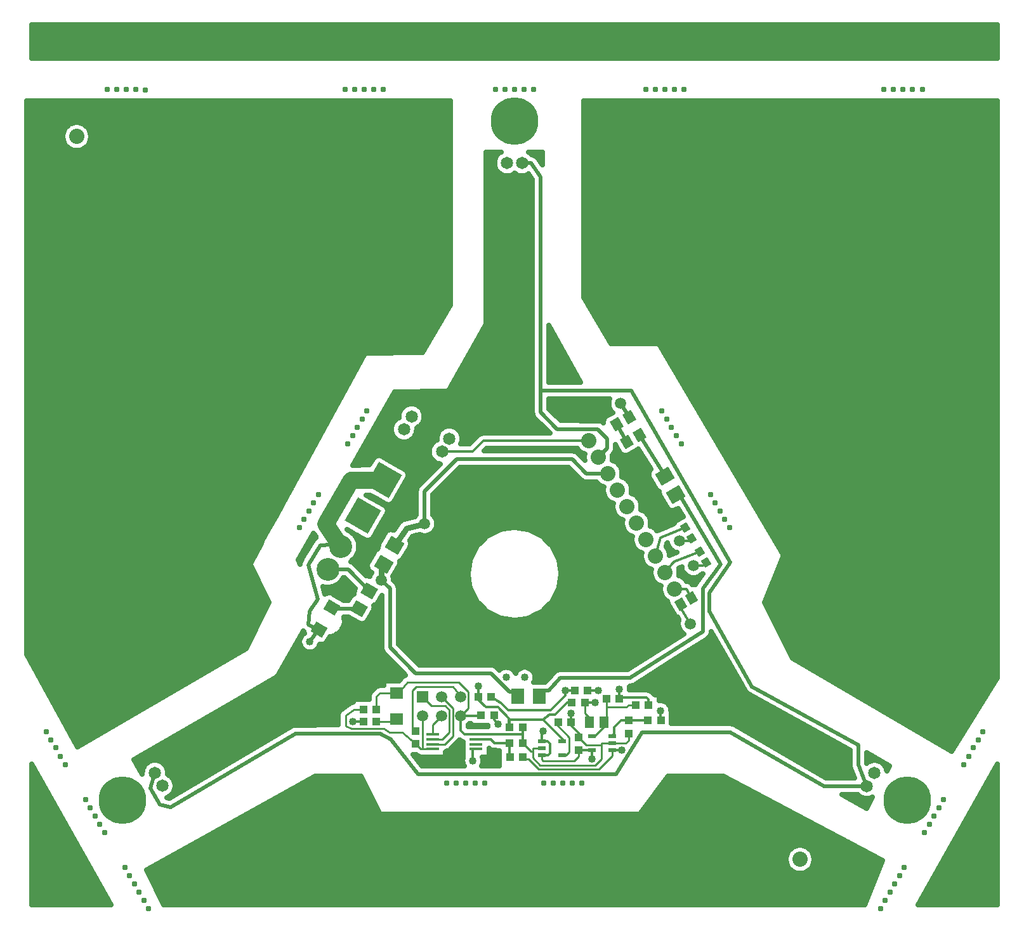
<source format=gbr>
G04 DipTrace 3.2.0.1*
G04 Top.gbr*
%MOIN*%
G04 #@! TF.FileFunction,Copper,L1,Top*
G04 #@! TF.Part,Single*
%AMOUTLINE0*
4,1,4,
0.095622,0.025622,
0.025622,-0.095622,
-0.095622,-0.025622,
-0.025622,0.095622,
0.095622,0.025622,
0*%
%AMOUTLINE3*
4,1,4,
-0.05214,-0.010311,
-0.01714,0.050311,
0.05214,0.010311,
0.01714,-0.050311,
-0.05214,-0.010311,
0*%
%AMOUTLINE6*
4,1,4,
0.044597,0.008348,
0.01507,-0.042797,
-0.044597,-0.008348,
-0.01507,0.042797,
0.044597,0.008348,
0*%
%AMOUTLINE9*
4,1,4,
0.01714,0.050311,
0.05214,-0.010311,
-0.01714,-0.050311,
-0.05214,0.010311,
0.01714,0.050311,
0*%
%AMOUTLINE12*
4,1,4,
-0.006185,-0.03653,
-0.034728,0.012908,
0.006185,0.03653,
0.034728,-0.012908,
-0.006185,-0.03653,
0*%
%AMOUTLINE15*
4,1,4,
-0.027874,0.008909,
0.00622,0.028594,
0.027874,-0.008909,
-0.00622,-0.028594,
-0.027874,0.008909,
0*%
%AMOUTLINE18*
4,1,4,
-0.014938,0.044993,
0.046434,0.00956,
0.014938,-0.044993,
-0.046434,-0.00956,
-0.014938,0.044993,
0*%
%AMOUTLINE21*
4,1,4,
0.007398,0.038367,
0.036925,-0.012777,
-0.007398,-0.038367,
-0.036925,0.012777,
0.007398,0.038367,
0*%
G04 #@! TA.AperFunction,Conductor*
%ADD10C,0.01*%
%ADD13C,0.012992*%
%ADD14C,0.02*%
%ADD15C,0.09*%
%ADD16C,0.013*%
%ADD18C,0.03*%
G04 #@! TA.AperFunction,CopperBalancing*
%ADD19C,0.025*%
G04 #@! TA.AperFunction,ComponentPad*
%ADD23C,0.12*%
%ADD24R,0.043307X0.03937*%
%ADD25R,0.03937X0.043307*%
%ADD26R,0.051181X0.059055*%
%ADD28R,0.068898X0.059055*%
G04 #@! TA.AperFunction,ComponentPad*
%ADD29R,0.07X0.08*%
%ADD32R,0.059055X0.059055*%
%ADD33C,0.059055*%
%ADD34C,0.08*%
%ADD35C,0.065*%
%ADD36C,0.25*%
%ADD37C,0.031*%
%ADD39R,0.043307X0.023622*%
%ADD40R,0.070866X0.015748*%
G04 #@! TA.AperFunction,ViaPad*
%ADD41C,0.04*%
%ADD43C,0.059*%
G04 #@! TA.AperFunction,ComponentPad*
%ADD92OUTLINE0*%
%ADD95OUTLINE3*%
%ADD98OUTLINE6*%
G04 #@! TA.AperFunction,ComponentPad*
%ADD101OUTLINE9*%
%ADD104OUTLINE12*%
%ADD107OUTLINE15*%
%ADD110OUTLINE18*%
%ADD113OUTLINE21*%
%FSLAX26Y26*%
G04*
G70*
G90*
G75*
G01*
G04 Top*
%LPD*%
X3409846Y1265673D2*
D13*
X3341164Y1265672D1*
X3147450Y1314323D2*
X3177449D1*
X3191760Y1300012D1*
Y1252133D1*
X3179147Y1239520D1*
X3147450D1*
D10*
Y1218071D1*
X3155449Y1210072D1*
X3316699D1*
X3341164Y1234537D1*
Y1265672D1*
X3409846Y1265673D2*
D13*
Y1222219D1*
X3409699Y1222072D1*
X3876888Y2034621D2*
X3868699Y2029072D1*
X3927699Y1932072D1*
X3147450Y1314323D2*
Y1360823D1*
X3154699Y1368072D1*
X2211770Y1480572D2*
D10*
X2159950D1*
X2116199Y1449322D1*
Y1393072D1*
X2148324Y1380572D1*
X2316199D1*
X2348699Y1361072D1*
X2415134D1*
X2479102Y1304169D1*
X2483199Y1300072D1*
X2572853Y1272672D2*
X2510600D1*
X2483199Y1300072D1*
X2520199Y1448072D2*
Y1272672D1*
X2572853D1*
X1928812Y1836860D2*
D14*
X1974802Y1899739D1*
D13*
X1975699Y1899072D1*
X1967034Y1899739D1*
D14*
X1921199Y1928017D1*
X1926799Y1996572D1*
X1969000Y2061873D1*
X1921199Y2242072D1*
X1983399Y2345572D1*
X2098629Y2351669D1*
D13*
X2091301Y2336816D1*
X3605982Y3017974D2*
D14*
X3561699Y3089072D1*
X2315699Y2687072D2*
D15*
X2143411D1*
X2011199Y2456072D1*
X2091301Y2336816D1*
X2978699Y1305572D2*
D13*
Y1232392D1*
X2980520Y1230572D1*
X2978699Y1305572D2*
X2898699D1*
X2880419Y1323853D1*
X2801199D1*
X3253749Y1239520D2*
D10*
X3275018D1*
X3291169Y1255671D1*
Y1335602D1*
X3222427Y1404345D1*
Y1405549D1*
X3232450Y1415572D1*
X3603699Y1355572D2*
Y1318072D1*
X3588702Y1303075D1*
X3516146D1*
X3459902D1*
Y1293075D1*
X3380690D1*
X3341164Y1332601D1*
X3339171D1*
X3328699Y1343072D1*
X3353699D1*
X3293699Y1403072D1*
Y1409892D1*
X3299379Y1415572D1*
X3045629Y1305572D2*
D16*
Y1386823D1*
X3147450Y1276921D2*
D10*
X3099861D1*
Y1261921D1*
X3089280D1*
X3045629Y1305572D1*
X3099861Y1261921D2*
Y1225911D1*
X3137699Y1188072D1*
X3425699D1*
X3459902Y1222274D1*
Y1293075D1*
X3387699Y1582072D2*
D13*
X3442699D1*
X3301169Y1461899D2*
Y1417362D1*
X3299379Y1415572D1*
X3045629Y1386823D2*
Y1349572D1*
X2892699D1*
X2892571Y1349444D1*
X2801199D1*
X2278699Y1480572D2*
D10*
Y1549323D1*
X2297744Y1568367D1*
X2384950D1*
X2720199Y1448072D2*
D13*
X2827450D1*
X2828699Y1449322D1*
X2384950Y1568367D2*
X2392594D1*
D10*
X2440650Y1624656D1*
X2711016D1*
X2760341Y1575331D1*
Y1488214D1*
X2720199Y1448072D1*
D13*
Y1371272D1*
X2742028Y1349444D1*
X2801199D1*
X2622438Y2836631D2*
X2784759D1*
X2841199Y2893072D1*
X3393699D1*
X3394699Y2894072D1*
X2531699Y2458072D2*
D18*
X2438699Y2435072D1*
X2372449Y2343072D1*
X2531699Y2458072D2*
D14*
Y2627072D1*
X2700699Y2796072D1*
X3306699D1*
X3381904Y2720867D1*
X3494699D1*
X3043518Y4352857D2*
X3090507D1*
X3141199Y4280795D1*
Y3156091D1*
Y3043072D1*
X3228699Y2955572D1*
X3441199D1*
X3491199Y2905572D1*
Y2853970D1*
X3444699Y2807470D1*
X1114392Y1147474D2*
X1091199Y1068072D1*
X1141199Y980572D1*
X1197450Y968072D1*
X1853699Y1355572D1*
X2296461D1*
X2353224Y1323209D1*
X2495951Y1141022D1*
X3537440D1*
X3673911Y1362249D1*
X4138066D1*
X4629818Y1078734D1*
X4855262D1*
X4809699Y1191072D1*
Y1293072D1*
X4251699Y1602072D1*
X4026699Y1998072D1*
Y2094072D1*
X4137699Y2253072D1*
X3615689Y3156091D1*
X3141199D1*
X2022400Y2217478D2*
X2129383D1*
X2241280Y2105581D1*
X2895629Y1449322D2*
D13*
Y1426143D1*
X2916199Y1405572D1*
X3372411Y1518143D2*
X3428655D1*
X3397450Y1415572D2*
D10*
Y1436860D1*
X3372411Y1461899D1*
Y1518143D1*
X2153789Y1418154D2*
D13*
X2211689D1*
X2211770Y1418072D1*
X3869949Y2368322D2*
X3923877D1*
X3934664Y2379109D1*
X2520199Y1548072D2*
D10*
X2568783Y1499488D1*
X2640100D1*
X2661100Y1478488D1*
Y1361846D1*
X2623106Y1323853D1*
X2572853D1*
Y1349444D2*
Y1400726D1*
X2620199Y1448072D1*
X2186161Y2010114D2*
D14*
X2052888D1*
D13*
X2044597Y2018406D1*
X2278699Y1418072D2*
D10*
X2372450D1*
X2384950Y1430572D1*
X3844699Y2114650D2*
D13*
X3905962D1*
X3934852Y2068085D1*
X3794699Y2201252D2*
X3841699Y2258072D1*
X3976199Y2312072D1*
X3744699Y2287856D2*
X3769699Y2384072D1*
X3901199Y2437072D1*
X2303699Y2161823D2*
D18*
Y2232962D1*
X2315949Y2245211D1*
X3020644Y1549516D2*
X3013812Y1574613D1*
D14*
X2976659D1*
X2880199Y1671072D1*
X2484699D1*
X2349699Y1806072D1*
Y2115823D1*
X2303699Y2161823D1*
X3133644Y1549516D2*
Y1579203D1*
X3183034D1*
X3243699Y1646903D1*
X3611085D1*
X3993699Y1889003D1*
Y2118072D1*
X4086699Y2244072D1*
X3894199Y2571072D1*
X3865168Y2619646D1*
X3850726Y2610566D1*
X3595168Y2886920D2*
X3541199Y2980572D1*
X3659950Y2924322D2*
X3792699Y2711072D1*
D13*
X3794226Y2708427D1*
X3269699Y1582072D2*
X3320770D1*
X3771699Y1473072D2*
Y1425071D1*
X3772449Y1424322D1*
X3269699Y1582072D2*
Y1554728D1*
X3192499Y1477528D1*
X2971917D1*
X2934350Y1515094D1*
X2880711Y1547049D1*
X2483199Y1367001D2*
D10*
X2494629D1*
X2496100Y1368472D1*
X2478100D1*
X2468500Y1378072D1*
Y1580572D1*
X2488862Y1600934D1*
X2679711D1*
X2725169Y1548072D1*
X2720199D1*
X2784972Y1211925D2*
D13*
Y1272672D1*
X2801199D1*
X3944950Y2237072D2*
X3992627D1*
X4009664Y2254109D1*
X2620199Y1548072D2*
X2639602Y1528669D1*
D10*
X2679592Y1488680D1*
Y1340442D1*
X2637412Y1298262D1*
X2572853D1*
X2813299Y1603281D2*
D13*
Y1547531D1*
X2813782Y1547049D1*
Y1531654D1*
X2852693Y1492743D1*
X2915727D1*
X2975139Y1433331D1*
Y1390383D1*
X2978699Y1386823D1*
Y1426718D1*
X3154190D1*
X3266585Y1314323D1*
X3253749D1*
X3305482Y1518143D2*
X3280429D1*
X3216009Y1453723D1*
X3187125D1*
X3154190Y1426718D1*
X3603699Y1422501D2*
X3703699D1*
X3705520Y1424322D1*
X3603699Y1422501D2*
X3564239D1*
X3528644Y1386907D1*
Y1352975D1*
X3516146Y1340476D1*
X3486770Y1536822D2*
D10*
Y1495450D1*
Y1430089D1*
X3472253Y1415572D1*
D13*
Y1386626D1*
X3426104Y1340476D1*
X3409846D1*
X3641199Y1505572D2*
D10*
X3603564D1*
X3591138Y1493146D1*
X3489075D1*
X3486770Y1495450D1*
X3047449Y1230572D2*
Y1222072D1*
X3075699D1*
X3129699Y1168072D1*
X3445699D1*
X3516146Y1238518D1*
Y1265673D1*
X3708129Y1505572D2*
D13*
Y1532394D1*
X3697450Y1543072D1*
X3559950D1*
X3553699Y1536822D1*
X3516146Y1265673D2*
X3567699D1*
Y1266072D1*
X3553642Y1586886D2*
X3553699Y1586828D1*
Y1536822D1*
D41*
X3154699Y1368072D3*
X3428655Y1518143D3*
X2916199Y1405572D3*
X2784972Y1211925D3*
X2153789Y1418154D3*
X3567699Y1266072D3*
X3553642Y1586886D3*
X3301169Y1461899D3*
X3442699Y1582072D3*
D43*
X2531699Y2458072D3*
D41*
X1928812Y1836860D3*
X3409699Y1222072D3*
D43*
X3927699Y1932072D3*
X2303699Y2161823D3*
X3869949Y2368322D3*
X3944950Y2237072D3*
D41*
X3269699Y1582072D3*
X2960474Y1649322D3*
X3057411D3*
X3771699Y1473072D3*
X2813299Y1603281D3*
D43*
X3561699Y3089072D3*
X443699Y4655703D2*
D19*
X2663724D1*
X443699Y4630835D2*
X2663724D1*
X443699Y4605966D2*
X2663724D1*
X443699Y4581097D2*
X2663724D1*
X443699Y4556228D2*
X663626D1*
X743773D2*
X2663724D1*
X443699Y4531360D2*
X638480D1*
X768919D2*
X2663724D1*
X443699Y4506491D2*
X628958D1*
X778441D2*
X2663724D1*
X443699Y4481622D2*
X628617D1*
X778782D2*
X2663724D1*
X443699Y4456753D2*
X637308D1*
X770091D2*
X2663724D1*
X443699Y4431885D2*
X660501D1*
X746898D2*
X2663724D1*
X443699Y4407016D2*
X2663724D1*
X443699Y4382147D2*
X2663724D1*
X443699Y4357278D2*
X2663724D1*
X443699Y4332409D2*
X2663724D1*
X443699Y4307541D2*
X2663724D1*
X443699Y4282672D2*
X2663724D1*
X443699Y4257803D2*
X2663724D1*
X443699Y4232934D2*
X2663724D1*
X443699Y4208066D2*
X2663724D1*
X443699Y4183197D2*
X2663724D1*
X443699Y4158328D2*
X2663724D1*
X443699Y4133459D2*
X2663724D1*
X443699Y4108591D2*
X2663724D1*
X443699Y4083722D2*
X2663724D1*
X443699Y4058853D2*
X2663724D1*
X443699Y4033984D2*
X2663724D1*
X443699Y4009115D2*
X2663724D1*
X443699Y3984247D2*
X2663724D1*
X443699Y3959378D2*
X2663724D1*
X443699Y3934509D2*
X2663724D1*
X443699Y3909640D2*
X2663724D1*
X443699Y3884772D2*
X2663724D1*
X443699Y3859903D2*
X2663724D1*
X443699Y3835034D2*
X2663724D1*
X443699Y3810165D2*
X2663724D1*
X443699Y3785297D2*
X2663724D1*
X443699Y3760428D2*
X2663724D1*
X443699Y3735559D2*
X2663724D1*
X443699Y3710690D2*
X2663724D1*
X443699Y3685822D2*
X2663724D1*
X443699Y3660953D2*
X2663724D1*
X443699Y3636084D2*
X2663724D1*
X443699Y3611215D2*
X2663724D1*
X443699Y3586346D2*
X2651224D1*
X443699Y3561478D2*
X2636869D1*
X443699Y3536609D2*
X2622513D1*
X443699Y3511740D2*
X2608157D1*
X443699Y3486871D2*
X2593802D1*
X443699Y3462003D2*
X2579446D1*
X443699Y3437134D2*
X2565091D1*
X443699Y3412265D2*
X2550736D1*
X443699Y3387396D2*
X2536381D1*
X443699Y3362528D2*
X2522025D1*
X443699Y3337659D2*
X2208988D1*
X443699Y3312790D2*
X2195462D1*
X443699Y3287921D2*
X2181888D1*
X443699Y3263052D2*
X2168314D1*
X443699Y3238184D2*
X2154740D1*
X443699Y3213315D2*
X2141165D1*
X443699Y3188446D2*
X2127640D1*
X443699Y3163577D2*
X2114066D1*
X443699Y3138709D2*
X2100491D1*
X443699Y3113840D2*
X2086917D1*
X443699Y3088971D2*
X2073343D1*
X443699Y3064102D2*
X2059818D1*
X443699Y3039234D2*
X2046243D1*
X443699Y3014365D2*
X2032669D1*
X443699Y2989496D2*
X2019094D1*
X443699Y2964627D2*
X2005521D1*
X443699Y2939759D2*
X1991995D1*
X443699Y2914890D2*
X1978421D1*
X443699Y2890021D2*
X1964846D1*
X443699Y2865152D2*
X1951273D1*
X443699Y2840283D2*
X1937698D1*
X443699Y2815415D2*
X1924125D1*
X443699Y2790546D2*
X1910598D1*
X443699Y2765677D2*
X1897025D1*
X443699Y2740808D2*
X1883450D1*
X443699Y2715940D2*
X1869877D1*
X443699Y2691071D2*
X1856302D1*
X443699Y2666202D2*
X1842777D1*
X443699Y2641333D2*
X1829202D1*
X443699Y2616465D2*
X1815629D1*
X443699Y2591596D2*
X1802054D1*
X443699Y2566727D2*
X1788480D1*
X443699Y2541858D2*
X1774954D1*
X443699Y2516990D2*
X1761381D1*
X443699Y2492121D2*
X1747513D1*
X443699Y2467252D2*
X1732377D1*
X443699Y2442383D2*
X1718021D1*
X443699Y2417514D2*
X1703665D1*
X443699Y2392646D2*
X1689310D1*
X443699Y2367777D2*
X1676810D1*
X443699Y2342908D2*
X1666409D1*
X443699Y2318039D2*
X1652835D1*
X443699Y2293171D2*
X1639310D1*
X443699Y2268302D2*
X1625736D1*
X443699Y2243433D2*
X1612161D1*
X443699Y2218564D2*
X1624466D1*
X443699Y2193696D2*
X1636917D1*
X443699Y2168827D2*
X1649369D1*
X443699Y2143958D2*
X1661770D1*
X443699Y2119089D2*
X1674222D1*
X443699Y2094220D2*
X1686673D1*
X443699Y2069352D2*
X1699075D1*
X443699Y2044483D2*
X1711526D1*
X443699Y2019614D2*
X1700491D1*
X443699Y1994745D2*
X1688041D1*
X443699Y1969877D2*
X1675638D1*
X443699Y1945008D2*
X1663186D1*
X443699Y1920139D2*
X1650736D1*
X443699Y1895270D2*
X1638333D1*
X443699Y1870402D2*
X1625882D1*
X443699Y1845533D2*
X1613430D1*
X443699Y1820664D2*
X1601029D1*
X443699Y1795795D2*
X1581058D1*
X443919Y1770927D2*
X1538430D1*
X457591Y1746058D2*
X1495804D1*
X471262Y1721189D2*
X1453177D1*
X484934Y1696320D2*
X1410550D1*
X498606Y1671451D2*
X1367923D1*
X512278Y1646583D2*
X1325247D1*
X525950Y1621714D2*
X1282621D1*
X539622Y1596845D2*
X1239993D1*
X553294Y1571976D2*
X1197366D1*
X567014Y1547108D2*
X1154740D1*
X580686Y1522239D2*
X1112113D1*
X594358Y1497370D2*
X1069486D1*
X608030Y1472501D2*
X1026858D1*
X621702Y1447633D2*
X984232D1*
X635374Y1422764D2*
X941556D1*
X649046Y1397895D2*
X898929D1*
X662718Y1373026D2*
X856302D1*
X676438Y1348157D2*
X813675D1*
X690110Y1323289D2*
X771049D1*
X703782Y1298420D2*
X728421D1*
X776972Y4487306D2*
X775169Y4475913D1*
X771605Y4464945D1*
X766369Y4454668D1*
X759589Y4445337D1*
X751434Y4437182D1*
X742104Y4430403D1*
X731827Y4425167D1*
X720858Y4421602D1*
X709466Y4419799D1*
X697933D1*
X686541Y4421602D1*
X675572Y4425167D1*
X665295Y4430403D1*
X655965Y4437182D1*
X647810Y4445337D1*
X641030Y4454668D1*
X635794Y4464945D1*
X632230Y4475913D1*
X630427Y4487306D1*
Y4498839D1*
X632230Y4510231D1*
X635794Y4521199D1*
X641030Y4531476D1*
X647810Y4540807D1*
X655965Y4548962D1*
X665295Y4555741D1*
X675572Y4560978D1*
X686541Y4564542D1*
X697933Y4566345D1*
X709466D1*
X720858Y4564542D1*
X731827Y4560978D1*
X742104Y4555741D1*
X751434Y4548962D1*
X759589Y4540807D1*
X766369Y4531476D1*
X771605Y4521199D1*
X775169Y4510231D1*
X776972Y4498839D1*
Y4487306D1*
X1697799Y2403072D2*
X1745407Y2485350D1*
X1750308Y2492518D1*
X1785324Y2556322D1*
X2218797Y3350701D1*
X2221639Y3353387D1*
X2225172Y3355064D1*
X2229169Y3355559D1*
X2361659Y3355572D1*
X2375331Y3357218D1*
X2395584Y3358062D1*
X2521962D1*
X2666198Y3607949D1*
X2666199Y4680572D1*
X441199D1*
Y1771245D1*
X708496Y1285289D1*
X1594215Y1802010D1*
X1714739Y2043101D1*
X1616782Y2239299D1*
X1616199Y2243167D1*
X1616841Y2247025D1*
X1623711Y2260031D1*
X1671293Y2347264D1*
X1673538Y2353911D1*
X1682154Y2374286D1*
X1691550Y2392247D1*
X1697799Y2403072D1*
X3368699Y4655703D2*
X5538724D1*
X3368699Y4630835D2*
X5538724D1*
X3368699Y4605966D2*
X5538724D1*
X3368699Y4581097D2*
X5538724D1*
X3368699Y4556228D2*
X5538724D1*
X3368699Y4531360D2*
X5538724D1*
X3368699Y4506491D2*
X5538724D1*
X3368699Y4481622D2*
X5538724D1*
X3368699Y4456753D2*
X5538724D1*
X3368699Y4431885D2*
X5538724D1*
X3368699Y4407016D2*
X5538724D1*
X3368699Y4382147D2*
X5538724D1*
X3368699Y4357278D2*
X5538724D1*
X3368699Y4332409D2*
X5538724D1*
X3368699Y4307541D2*
X5538724D1*
X3368699Y4282672D2*
X5538724D1*
X3368699Y4257803D2*
X5538724D1*
X3368699Y4232934D2*
X5538724D1*
X3368699Y4208066D2*
X5538724D1*
X3368699Y4183197D2*
X5538724D1*
X3368699Y4158328D2*
X5538724D1*
X3368699Y4133459D2*
X5538724D1*
X3368699Y4108591D2*
X5538724D1*
X3368699Y4083722D2*
X5538724D1*
X3368699Y4058853D2*
X5538724D1*
X3368699Y4033984D2*
X5538724D1*
X3368699Y4009115D2*
X5538724D1*
X3368699Y3984247D2*
X5538724D1*
X3368699Y3959378D2*
X5538724D1*
X3368699Y3934509D2*
X5538724D1*
X3368699Y3909640D2*
X5538724D1*
X3368699Y3884772D2*
X5538724D1*
X3368699Y3859903D2*
X5538724D1*
X3368699Y3835034D2*
X5538724D1*
X3368699Y3810165D2*
X5538724D1*
X3368699Y3785297D2*
X5538724D1*
X3368699Y3760428D2*
X5538724D1*
X3368699Y3735559D2*
X5538724D1*
X3368699Y3710690D2*
X5538724D1*
X3368699Y3685822D2*
X5538724D1*
X3368699Y3660953D2*
X5538724D1*
X3374974Y3636084D2*
X5538724D1*
X3389915Y3611215D2*
X5538724D1*
X3404808Y3586346D2*
X5538724D1*
X3419749Y3561478D2*
X5538724D1*
X3434642Y3536609D2*
X5538724D1*
X3449583Y3511740D2*
X5538724D1*
X3464476Y3486871D2*
X5538724D1*
X3479417Y3462003D2*
X5538724D1*
X3494358Y3437134D2*
X5538724D1*
X3509251Y3412265D2*
X5538724D1*
X3774094Y3387396D2*
X5538724D1*
X3788743Y3362528D2*
X5538724D1*
X3803441Y3337659D2*
X5538724D1*
X3818138Y3312790D2*
X5538724D1*
X3832835Y3287921D2*
X5538724D1*
X3847533Y3263052D2*
X5538724D1*
X3862230Y3238184D2*
X5538724D1*
X3876927Y3213315D2*
X5538724D1*
X3891625Y3188446D2*
X5538724D1*
X3906322Y3163577D2*
X5538724D1*
X3921018Y3138709D2*
X5538724D1*
X3935717Y3113840D2*
X5538724D1*
X3950413Y3088971D2*
X5538724D1*
X3965110Y3064102D2*
X5538724D1*
X3979808Y3039234D2*
X5538724D1*
X3994505Y3014365D2*
X5538724D1*
X4009202Y2989496D2*
X5538724D1*
X4023900Y2964627D2*
X5538724D1*
X4038597Y2939759D2*
X5538724D1*
X4053294Y2914890D2*
X5538724D1*
X4067991Y2890021D2*
X5538724D1*
X4082689Y2865152D2*
X5538724D1*
X4097386Y2840283D2*
X5538724D1*
X4112083Y2815415D2*
X5538724D1*
X4126781Y2790546D2*
X5538724D1*
X4141429Y2765677D2*
X5538724D1*
X4156126Y2740808D2*
X5538724D1*
X4170824Y2715940D2*
X5538724D1*
X4185521Y2691071D2*
X5538724D1*
X4200218Y2666202D2*
X5538724D1*
X4214915Y2641333D2*
X5538724D1*
X4229613Y2616465D2*
X5538724D1*
X4244310Y2591596D2*
X5538724D1*
X4259007Y2566727D2*
X5538724D1*
X4273705Y2541858D2*
X5538724D1*
X4288402Y2516990D2*
X5538724D1*
X4303098Y2492121D2*
X5538724D1*
X4317797Y2467252D2*
X5538724D1*
X4332493Y2442383D2*
X5538724D1*
X4347190Y2417514D2*
X5538724D1*
X4361888Y2392646D2*
X5538724D1*
X4376585Y2367777D2*
X5538724D1*
X4391282Y2342908D2*
X5538724D1*
X4405980Y2318039D2*
X5538724D1*
X4419701Y2293171D2*
X5538724D1*
X4409740Y2268302D2*
X5538724D1*
X4399827Y2243433D2*
X5538724D1*
X4389866Y2218564D2*
X5538724D1*
X4379906Y2193696D2*
X5538724D1*
X4369945Y2168827D2*
X5538724D1*
X4360033Y2143958D2*
X5538724D1*
X4350072Y2119089D2*
X5538724D1*
X4340110Y2094220D2*
X5538724D1*
X4330198Y2069352D2*
X5538724D1*
X4320238Y2044483D2*
X5538724D1*
X4331908Y2019614D2*
X5538724D1*
X4344358Y1994745D2*
X5538724D1*
X4356761Y1969877D2*
X5538724D1*
X4369213Y1945008D2*
X5538724D1*
X4381663Y1920139D2*
X5538724D1*
X4394066Y1895270D2*
X5538724D1*
X4406517Y1870402D2*
X5538724D1*
X4418969Y1845533D2*
X5538724D1*
X4431370Y1820664D2*
X5538724D1*
X4443822Y1795795D2*
X5538724D1*
X4456224Y1770927D2*
X5538724D1*
X4475755Y1746058D2*
X5538724D1*
X4518041Y1721189D2*
X5538724D1*
X4560325Y1696320D2*
X5538724D1*
X4602610Y1671451D2*
X5538724D1*
X4644896Y1646583D2*
X5538675D1*
X4687181Y1621714D2*
X5523098D1*
X4729417Y1596845D2*
X5507572D1*
X4771702Y1571976D2*
X5492045D1*
X4813988Y1547108D2*
X5476469D1*
X4856273Y1522239D2*
X5460941D1*
X4898558Y1497370D2*
X5445413D1*
X4940843Y1472501D2*
X5429837D1*
X4983079Y1447633D2*
X5414310D1*
X5025365Y1422764D2*
X5398782D1*
X5067650Y1397895D2*
X5383206D1*
X5109934Y1373026D2*
X5367678D1*
X5152220Y1348157D2*
X5352152D1*
X5194505Y1323289D2*
X5336575D1*
X5236741Y1298420D2*
X5321049D1*
X5279026Y1273551D2*
X5305521D1*
X5528699Y4680572D2*
X3366199D1*
Y3646539D1*
X3510803Y3405529D1*
X3755655Y3405419D1*
X3759374Y3404210D1*
X3762538Y3401911D1*
X3764461Y3399432D1*
X4415323Y2297669D1*
X4416175Y2293853D1*
X4415806Y2289959D1*
X4396736Y2242007D1*
X4317374Y2043601D1*
X4463224Y1751972D1*
X5299539Y1260021D1*
X5541214Y1646681D1*
X5541199Y4680572D1*
X5528699D1*
X1914671Y1105703D2*
X2205911D1*
X3793822D2*
X4145072D1*
X1869896Y1080835D2*
X2218362D1*
X3775169D2*
X4192045D1*
X1825169Y1055966D2*
X2230765D1*
X3756517D2*
X4239017D1*
X1780394Y1031097D2*
X2243217D1*
X3737865D2*
X4285990D1*
X1735618Y1006228D2*
X2255667D1*
X3719213D2*
X4332962D1*
X1690843Y981360D2*
X2268070D1*
X3700560D2*
X4379934D1*
X1646117Y956491D2*
X2280521D1*
X3681908D2*
X4426908D1*
X1601341Y931622D2*
X2292972D1*
X3663255D2*
X4473881D1*
X1556566Y906753D2*
X4520853D1*
X1511790Y881885D2*
X4567825D1*
X1467014Y857016D2*
X4614798D1*
X1422289Y832147D2*
X4661770D1*
X1377513Y807278D2*
X4708743D1*
X1332738Y782409D2*
X4755717D1*
X1287962Y757541D2*
X4465921D1*
X4541478D2*
X4802689D1*
X1243236Y732672D2*
X4439261D1*
X4568138D2*
X4849661D1*
X1198461Y707803D2*
X4429202D1*
X4578197D2*
X4896682D1*
X1153685Y682934D2*
X4428421D1*
X4578978D2*
X4933694D1*
X1108909Y658066D2*
X4436575D1*
X4570824D2*
X4923734D1*
X1075121Y633197D2*
X4458549D1*
X4548850D2*
X4913773D1*
X1087522Y608328D2*
X4903861D1*
X1099974Y583459D2*
X4893900D1*
X1112425Y558591D2*
X4883938D1*
X1124827Y533722D2*
X4873978D1*
X1137278Y508853D2*
X4864066D1*
X1149730Y483984D2*
X4854105D1*
X1162133Y459115D2*
X4844144D1*
X4576972Y687306D2*
X4575169Y675913D1*
X4571605Y664945D1*
X4566369Y654668D1*
X4559589Y645337D1*
X4551434Y637182D1*
X4542104Y630403D1*
X4531827Y625167D1*
X4520858Y621602D1*
X4509466Y619799D1*
X4497933D1*
X4486541Y621602D1*
X4475572Y625167D1*
X4465295Y630403D1*
X4455965Y637182D1*
X4447810Y645337D1*
X4441030Y654668D1*
X4435794Y664945D1*
X4432230Y675913D1*
X4430427Y687306D1*
Y698839D1*
X4432230Y710231D1*
X4435794Y721199D1*
X4441030Y731476D1*
X4447810Y740807D1*
X4455965Y748962D1*
X4465295Y755741D1*
X4475572Y760978D1*
X4486541Y764542D1*
X4497933Y766345D1*
X4509466D1*
X4520858Y764542D1*
X4531827Y760978D1*
X4542104Y755741D1*
X4551434Y748962D1*
X4559589Y740807D1*
X4566369Y731476D1*
X4571605Y721199D1*
X4575169Y710231D1*
X4576972Y698839D1*
Y687306D1*
X1070230Y637962D2*
X1161446Y455531D1*
X4845252Y455572D1*
X4937933Y687314D1*
X4100573Y1130584D1*
X3809900Y1130572D1*
X3662403Y934100D1*
X3659205Y931849D1*
X3655467Y930698D1*
X3616199Y930572D1*
X2301744Y930726D1*
X2298025Y931934D1*
X2294861Y934234D1*
X2292394Y937762D1*
X2195953Y1130613D1*
X1956873Y1130572D1*
X1070203Y637942D1*
X468699Y1155966D2*
X485843D1*
X468699Y1131097D2*
X499857D1*
X468699Y1106228D2*
X513822D1*
X468699Y1081360D2*
X527835D1*
X468699Y1056491D2*
X541801D1*
X468699Y1031622D2*
X555814D1*
X468699Y1006753D2*
X569778D1*
X468699Y981885D2*
X583793D1*
X468699Y957016D2*
X597757D1*
X468699Y932147D2*
X611770D1*
X468699Y907278D2*
X625736D1*
X468699Y882409D2*
X639749D1*
X468699Y857541D2*
X653714D1*
X468699Y832672D2*
X667728D1*
X468699Y807803D2*
X681693D1*
X468699Y782934D2*
X695706D1*
X468699Y758066D2*
X709671D1*
X468699Y733197D2*
X723685D1*
X468699Y708328D2*
X737650D1*
X468699Y683459D2*
X751663D1*
X468699Y658591D2*
X765629D1*
X468699Y633722D2*
X779593D1*
X468699Y608853D2*
X793606D1*
X468699Y583984D2*
X807572D1*
X468699Y559115D2*
X821585D1*
X468699Y534247D2*
X835550D1*
X468699Y509378D2*
X849564D1*
X468699Y484509D2*
X863529D1*
X468699Y459640D2*
X877542D1*
X466199Y1195367D2*
Y455572D1*
X882362D1*
X466196Y1195360D1*
X5521556Y1155966D2*
X5538724D1*
X5507542Y1131097D2*
X5538724D1*
X5493577Y1106228D2*
X5538724D1*
X5479564Y1081360D2*
X5538724D1*
X5465598Y1056491D2*
X5538724D1*
X5451585Y1031622D2*
X5538724D1*
X5437621Y1006753D2*
X5538724D1*
X5423606Y981885D2*
X5538724D1*
X5409642Y957016D2*
X5538724D1*
X5395629Y932147D2*
X5538724D1*
X5381663Y907278D2*
X5538724D1*
X5367650Y882409D2*
X5538724D1*
X5353685Y857541D2*
X5538724D1*
X5339671Y832672D2*
X5538724D1*
X5325706Y807803D2*
X5538724D1*
X5311693Y782934D2*
X5538724D1*
X5297728Y758066D2*
X5538724D1*
X5283714Y733197D2*
X5538724D1*
X5269749Y708328D2*
X5538724D1*
X5255736Y683459D2*
X5538724D1*
X5241770Y658591D2*
X5538724D1*
X5227806Y633722D2*
X5538724D1*
X5213793Y608853D2*
X5538724D1*
X5199827Y583984D2*
X5538724D1*
X5185814Y559115D2*
X5538724D1*
X5171849Y534247D2*
X5538724D1*
X5157835Y509378D2*
X5538724D1*
X5143870Y484509D2*
X5538724D1*
X5129857Y459640D2*
X5538724D1*
X5541199Y468072D2*
Y1195367D1*
X5125059Y455547D1*
X5541199Y455572D1*
Y468072D1*
X468699Y5055703D2*
X5538724D1*
X468699Y5030835D2*
X5538724D1*
X468699Y5005966D2*
X5538724D1*
X468699Y4981097D2*
X5538724D1*
X468699Y4956228D2*
X5538724D1*
X468699Y4931360D2*
X5538724D1*
X468699Y4906491D2*
X5538724D1*
X466199Y5068072D2*
Y4905572D1*
X5541199D1*
Y5080572D1*
X466199D1*
Y5068072D1*
X2855798Y4385907D2*
X2905163D1*
X3121304D2*
X3147201D1*
X2855798Y4361038D2*
X2896801D1*
X2855798Y4336169D2*
X2898416D1*
X2855798Y4311301D2*
X2911012D1*
X2855798Y4286432D2*
X3081533D1*
X2855798Y4261563D2*
X3095205D1*
X2855798Y4236694D2*
X3095205D1*
X2855798Y4211825D2*
X3095205D1*
X2855798Y4186957D2*
X3095205D1*
X2855798Y4162088D2*
X3095205D1*
X2855798Y4137219D2*
X3095205D1*
X2855798Y4112350D2*
X3095205D1*
X2855798Y4087482D2*
X3095205D1*
X2855833Y4062613D2*
X3095205D1*
X2855833Y4037744D2*
X3095205D1*
X2855833Y4012875D2*
X3095205D1*
X2855833Y3988007D2*
X3095205D1*
X2855833Y3963138D2*
X3095205D1*
X2855833Y3938269D2*
X3095205D1*
X2855833Y3913400D2*
X3095205D1*
X2855833Y3888531D2*
X3095205D1*
X2855833Y3863663D2*
X3095205D1*
X2855833Y3838794D2*
X3095205D1*
X2855833Y3813925D2*
X3095205D1*
X2855833Y3789056D2*
X3095205D1*
X2855833Y3764188D2*
X3095205D1*
X2855833Y3739319D2*
X3095205D1*
X2855869Y3714450D2*
X3095205D1*
X2855869Y3689581D2*
X3095205D1*
X2855869Y3664713D2*
X3095205D1*
X2855869Y3639844D2*
X3095205D1*
X2855869Y3614975D2*
X3095205D1*
X2855869Y3590106D2*
X3095205D1*
X2855869Y3565238D2*
X3095205D1*
X2855869Y3540369D2*
X3095205D1*
X2855869Y3515500D2*
X3095205D1*
X2846396Y3490631D2*
X3095205D1*
X2832329Y3465762D2*
X3095205D1*
X3187188D2*
X3202031D1*
X2818262Y3440894D2*
X3095205D1*
X3187188D2*
X3215811D1*
X2804232Y3416025D2*
X3095205D1*
X3187188D2*
X3229591D1*
X2790165Y3391156D2*
X3095205D1*
X3187188D2*
X3243370D1*
X2776098Y3366287D2*
X3095205D1*
X3187188D2*
X3257150D1*
X2762033Y3341419D2*
X3095205D1*
X3187188D2*
X3270929D1*
X2748001Y3316550D2*
X3095205D1*
X3187188D2*
X3284673D1*
X2733934Y3291681D2*
X3095205D1*
X3187188D2*
X3298453D1*
X2719869Y3266812D2*
X3095205D1*
X3187188D2*
X3312232D1*
X2705837Y3241944D2*
X3095205D1*
X3187188D2*
X3326012D1*
X2691770Y3217075D2*
X3095205D1*
X3187188D2*
X3339791D1*
X2677705Y3192206D2*
X3095205D1*
X2663673Y3167337D2*
X3095205D1*
X2371720Y3142469D2*
X3095205D1*
X2357474Y3117600D2*
X3095205D1*
X2343228Y3092731D2*
X3095205D1*
X3187188D2*
X3496318D1*
X2328982Y3067862D2*
X2412652D1*
X2512745D2*
X3095205D1*
X3187188D2*
X3499871D1*
X2314736Y3042993D2*
X2397617D1*
X2527781D2*
X3095205D1*
X3205310D2*
X3516234D1*
X2300526Y3018125D2*
X2394315D1*
X2531081D2*
X3103063D1*
X3230177D2*
X3479238D1*
X2286280Y2993256D2*
X2367869D1*
X2524587D2*
X3126999D1*
X2272034Y2968387D2*
X2356457D1*
X2503594D2*
X2641556D1*
X2682083D2*
X3151866D1*
X2257787Y2943518D2*
X2355631D1*
X2490999D2*
X2605852D1*
X2717787D2*
X3176734D1*
X2243542Y2918650D2*
X2365033D1*
X2481633D2*
X2594764D1*
X2728840D2*
X2807701D1*
X2229295Y2893781D2*
X2393562D1*
X2453105D2*
X2586906D1*
X2729378D2*
X2782833D1*
X2215050Y2868912D2*
X2562361D1*
X2200840Y2844043D2*
X2554358D1*
X2851240D2*
X3338356D1*
X3536054D2*
X3549176D1*
X2186593Y2819175D2*
X2556297D1*
X3347626D2*
X3369647D1*
X3520408D2*
X3569163D1*
X3606352D2*
X3671648D1*
X2172348Y2794306D2*
X2255587D1*
X2339461D2*
X2569286D1*
X3519512D2*
X3687151D1*
X2158101Y2769437D2*
X2241232D1*
X2382556D2*
X2610051D1*
X3552382D2*
X3702617D1*
X2425618Y2744568D2*
X2585182D1*
X2713230D2*
X3294182D1*
X3566770D2*
X3718118D1*
X2446575Y2719699D2*
X2560315D1*
X2688362D2*
X3319050D1*
X3570682D2*
X3706097D1*
X2442197Y2694831D2*
X2535448D1*
X2663495D2*
X3343919D1*
X3588840D2*
X3714710D1*
X2427843Y2669962D2*
X2510580D1*
X2638591D2*
X3439190D1*
X3611446D2*
X3729063D1*
X2413490Y2645093D2*
X2489623D1*
X2613723D2*
X3469513D1*
X3619879D2*
X3743417D1*
X2399100Y2620224D2*
X2485711D1*
X2588856D2*
X3470051D1*
X3619341D2*
X3762579D1*
X2250072Y2595356D2*
X2265060D1*
X2384745D2*
X2485711D1*
X2577696D2*
X3479848D1*
X3653109D2*
X3772125D1*
X2293134Y2570487D2*
X2308121D1*
X2369962D2*
X2485711D1*
X2577696D2*
X3505684D1*
X3667067D2*
X3786478D1*
X2331530Y2545618D2*
X2485711D1*
X2577696D2*
X3518710D1*
X3670656D2*
X3800867D1*
X2338563Y2520749D2*
X2485711D1*
X2577696D2*
X3523806D1*
X3690105D2*
X3870841D1*
X2327331Y2495881D2*
X2478822D1*
X2584585D2*
X3540025D1*
X3711923D2*
X3885482D1*
X2312978Y2471012D2*
X2403644D1*
X2595853D2*
X3569378D1*
X3720033D2*
X3848558D1*
X2298623Y2446143D2*
X2384411D1*
X2596068D2*
X3570240D1*
X3719171D2*
X3814217D1*
X2284270Y2421274D2*
X2334244D1*
X2585339D2*
X2914635D1*
X3092777D2*
X3580395D1*
X1944483Y2396406D2*
X1954231D1*
X2165852D2*
X2175631D1*
X2269881D2*
X2315871D1*
X2486873D2*
X2516322D1*
X2547085D2*
X2865833D1*
X3141579D2*
X3607236D1*
X1930273Y2371537D2*
X1946013D1*
X2180601D2*
X2220348D1*
X2245264D2*
X2301518D1*
X2455259D2*
X2836766D1*
X3170609D2*
X3618755D1*
X1916026Y2346668D2*
X1930799D1*
X2186773D2*
X2287344D1*
X2459924D2*
X2811899D1*
X3195478D2*
X3624138D1*
X1901781Y2321799D2*
X1915871D1*
X2186091D2*
X2275538D1*
X2447543D2*
X2794927D1*
X3212450D2*
X3640932D1*
X3812398D2*
X3824982D1*
X1887534Y2296930D2*
X1900907D1*
X2178375D2*
X2258421D1*
X2433189D2*
X2782259D1*
X3225118D2*
X3669244D1*
X3820150D2*
X3828639D1*
X1873289Y2272062D2*
X1885979D1*
X2161259D2*
X2244068D1*
X2418441D2*
X2769807D1*
X3237605D2*
X3670428D1*
X2163699Y2247193D2*
X2230144D1*
X2403047D2*
X2764819D1*
X3242593D2*
X3680978D1*
X2188567Y2222324D2*
X2230252D1*
X2390093D2*
X2760871D1*
X3246505D2*
X3708896D1*
X3867623D2*
X3881213D1*
X2213434Y2197455D2*
X2249235D1*
X2375739D2*
X2757068D1*
X3250344D2*
X3718801D1*
X3870602D2*
X3893449D1*
X2368276Y2172587D2*
X2759795D1*
X3247617D2*
X3724505D1*
X3892420D2*
X3977382D1*
X2087159Y2147718D2*
X2135123D1*
X2381840D2*
X2763743D1*
X3243669D2*
X3741837D1*
X3930959D2*
X3959009D1*
X2000319Y2122849D2*
X2159991D1*
X2395117D2*
X2767726D1*
X3239686D2*
X3769146D1*
X2006921Y2097980D2*
X2158915D1*
X2395690D2*
X2778778D1*
X3228634D2*
X3770617D1*
X2078403Y2073112D2*
X2140470D1*
X2395690D2*
X2791445D1*
X3215967D2*
X3781562D1*
X2290262Y2048243D2*
X2303707D1*
X2395690D2*
X2805297D1*
X3202115D2*
X3806178D1*
X2268374Y2023374D2*
X2303707D1*
X2395690D2*
X2829913D1*
X3177499D2*
X3814934D1*
X2261555Y1998505D2*
X2303707D1*
X2395690D2*
X2854961D1*
X3152453D2*
X3829287D1*
X2247202Y1973636D2*
X2303707D1*
X2395690D2*
X2901143D1*
X3106269D2*
X3845291D1*
X2111991Y1948768D2*
X2159920D1*
X2232848D2*
X2303707D1*
X2395690D2*
X3864454D1*
X2108689Y1923899D2*
X2303707D1*
X2395690D2*
X3862732D1*
X2096524Y1899030D2*
X2303707D1*
X2395690D2*
X3871559D1*
X2067996Y1874161D2*
X2303707D1*
X2395690D2*
X3886379D1*
X2027913Y1849293D2*
X2303707D1*
X2395690D2*
X3847087D1*
X4014785D2*
X4058696D1*
X1857608Y1824424D2*
X1874281D1*
X2003656D2*
X2303707D1*
X2395690D2*
X3807793D1*
X3975492D2*
X4072833D1*
X1843398Y1799555D2*
X1887953D1*
X1969673D2*
X2304173D1*
X2420235D2*
X3768500D1*
X3936198D2*
X4086972D1*
X1829186Y1774686D2*
X2317056D1*
X2445104D2*
X3729171D1*
X3896906D2*
X4101075D1*
X1814976Y1749818D2*
X2341924D1*
X2469971D2*
X3689878D1*
X3857576D2*
X4115213D1*
X1800766Y1724949D2*
X2366791D1*
X2494839D2*
X3650584D1*
X3818283D2*
X4129352D1*
X1786556Y1700080D2*
X2391659D1*
X2915222D2*
X2941083D1*
X2979885D2*
X3038005D1*
X3076808D2*
X3611256D1*
X3778990D2*
X4143490D1*
X1772346Y1675211D2*
X2416528D1*
X3106736D2*
X3208168D1*
X3739661D2*
X4157627D1*
X1754081Y1650343D2*
X2409458D1*
X3113411D2*
X3185885D1*
X3700367D2*
X4171731D1*
X1711307Y1625474D2*
X2314508D1*
X3107812D2*
X3163600D1*
X3661075D2*
X4185869D1*
X1669681Y1600605D2*
X2274210D1*
X3607858D2*
X4200007D1*
X1626621Y1575736D2*
X2248194D1*
X3723047D2*
X4214576D1*
X1583524Y1550867D2*
X2237717D1*
X3765785D2*
X4251860D1*
X1540463Y1525999D2*
X2154106D1*
X3782004D2*
X4296787D1*
X1497402Y1501130D2*
X2119980D1*
X3819755D2*
X4341678D1*
X1454304Y1476261D2*
X2086177D1*
X3830089D2*
X4386605D1*
X1411244Y1451392D2*
X2075269D1*
X3830089D2*
X4431496D1*
X1368147Y1426524D2*
X2075197D1*
X3830089D2*
X4476423D1*
X1325085Y1401655D2*
X2075197D1*
X4159004D2*
X4521314D1*
X1282025Y1376786D2*
X1801580D1*
X4202459D2*
X4566241D1*
X1238928Y1351917D2*
X1759451D1*
X4245592D2*
X4611133D1*
X1195867Y1327049D2*
X1717324D1*
X4288724D2*
X4656059D1*
X1152806Y1302180D2*
X1675232D1*
X2698266D2*
X2729760D1*
X4331858D2*
X4700950D1*
X1109709Y1277311D2*
X1633104D1*
X2673398D2*
X2729760D1*
X4374991D2*
X4745878D1*
X1066648Y1252442D2*
X1590975D1*
X2644297D2*
X2729760D1*
X2872627D2*
X2921059D1*
X4418123D2*
X4763711D1*
X1023587Y1227573D2*
X1548883D1*
X2485903D2*
X2731303D1*
X2838644D2*
X2922853D1*
X4461256D2*
X4763711D1*
X4855696D2*
X4897129D1*
X1013217Y1202705D2*
X1075751D1*
X1153021D2*
X1506756D1*
X2505388D2*
X2729760D1*
X2840188D2*
X2922853D1*
X4504388D2*
X4763711D1*
X4932416D2*
X4941726D1*
X1028324Y1177836D2*
X1053287D1*
X1175484D2*
X1464627D1*
X4547522D2*
X4765757D1*
X4955453D2*
X4968539D1*
X1182661Y1152967D2*
X1422535D1*
X4590655D2*
X4775697D1*
X1200676Y1128098D2*
X1380407D1*
X4633787D2*
X4785816D1*
X1217756Y1103230D2*
X1338280D1*
X1222241Y1078361D2*
X1296186D1*
X1217003Y1053492D2*
X1254059D1*
X1198558Y1028623D2*
X1211930D1*
X4737887D2*
X4809823D1*
X4780231Y1003755D2*
X4873697D1*
X4822538Y978886D2*
X4860168D1*
X2165803Y1533757D2*
X2240192D1*
X2240318Y1552344D1*
X2241264Y1558311D1*
X2243130Y1564056D1*
X2245873Y1569440D1*
X2249424Y1574327D1*
X2270521Y1595591D1*
X2275114Y1599514D1*
X2280265Y1602671D1*
X2285846Y1604983D1*
X2291722Y1606394D1*
X2297744Y1606867D1*
X2317014D1*
X2317001Y1631395D1*
X2395768D1*
X2413425Y1651881D1*
X2418020Y1655804D1*
X2423171Y1658961D1*
X2428752Y1661273D1*
X2431673Y1662096D1*
X2421462Y1672791D1*
X2316622Y1777822D1*
X2312609Y1783344D1*
X2309510Y1789425D1*
X2307402Y1795917D1*
X2306333Y1802659D1*
X2306199Y1842818D1*
Y2080192D1*
X2283825Y2041614D1*
X2280517Y2037529D1*
X2276612Y2034010D1*
X2272202Y2031148D1*
X2267390Y2029007D1*
X2265534Y2025778D1*
X2266084Y2020551D1*
X2265808Y2015302D1*
X2264717Y2010159D1*
X2262832Y2005252D1*
X2230112Y1948371D1*
X2227134Y1944039D1*
X2223516Y1940226D1*
X2219345Y1937026D1*
X2214724Y1934517D1*
X2209770Y1932762D1*
X2204601Y1931804D1*
X2199346Y1931667D1*
X2194134Y1932353D1*
X2189094Y1933846D1*
X2184349Y1936109D1*
X2131488Y1966629D1*
X2107180Y1966614D1*
X2108738Y1958391D1*
X2109517Y1947629D1*
X2108883Y1936856D1*
X2106849Y1926257D1*
X2103450Y1916016D1*
X2098741Y1906304D1*
X2092807Y1897291D1*
X2085747Y1889131D1*
X2077681Y1881961D1*
X2068749Y1875906D1*
X2059102Y1871067D1*
X2048908Y1867530D1*
X2038339Y1865354D1*
X2034469Y1864969D1*
X2018378Y1837301D1*
X2015070Y1833215D1*
X2011163Y1829698D1*
X2006755Y1826835D1*
X2001951Y1824697D1*
X1996874Y1823336D1*
X1991646Y1822787D1*
X1986396Y1823062D1*
X1981245Y1824159D1*
X1978240Y1816386D1*
X1974429Y1808906D1*
X1969493Y1802114D1*
X1963558Y1796178D1*
X1956766Y1791243D1*
X1949286Y1787432D1*
X1941302Y1784837D1*
X1933010Y1783525D1*
X1924614D1*
X1916323Y1784837D1*
X1908339Y1787432D1*
X1900858Y1791243D1*
X1894067Y1796178D1*
X1888131Y1802114D1*
X1883196Y1808906D1*
X1879385Y1816386D1*
X1876790Y1824370D1*
X1875478Y1832661D1*
Y1841058D1*
X1876790Y1849349D1*
X1879385Y1857333D1*
X1883196Y1864814D1*
X1888131Y1871605D1*
X1894067Y1877541D1*
X1898990Y1881227D1*
X1897786Y1887223D1*
X1897614Y1889858D1*
X1895516Y1892908D1*
X1890126Y1885709D1*
X1758182Y1655118D1*
X1756087Y1653058D1*
X1722738Y1633852D1*
X1710970Y1626925D1*
X1700682Y1620052D1*
X1523308Y1517541D1*
X1002247Y1216705D1*
X1048808Y1139993D1*
X1048394Y1147474D1*
X1049206Y1157798D1*
X1051623Y1167869D1*
X1055587Y1177437D1*
X1060999Y1186268D1*
X1067724Y1194143D1*
X1075600Y1200869D1*
X1084430Y1206280D1*
X1093999Y1210243D1*
X1104068Y1212661D1*
X1114394Y1213474D1*
X1124718Y1212661D1*
X1134789Y1210243D1*
X1144357Y1206280D1*
X1153188Y1200869D1*
X1161062Y1194143D1*
X1167789Y1186268D1*
X1173199Y1177437D1*
X1177163Y1167869D1*
X1179580Y1157798D1*
X1180394Y1147474D1*
X1179907Y1139903D1*
X1188248Y1135556D1*
X1196627Y1129470D1*
X1203950Y1122146D1*
X1210038Y1113768D1*
X1214739Y1104539D1*
X1217940Y1094690D1*
X1219560Y1084461D1*
Y1074104D1*
X1217940Y1063875D1*
X1214739Y1054025D1*
X1210038Y1044798D1*
X1203950Y1036419D1*
X1196627Y1029096D1*
X1188248Y1023008D1*
X1179021Y1018306D1*
X1176343Y1017319D1*
X1190114Y1014264D1*
X1834589Y1394650D1*
X1840937Y1397157D1*
X1847600Y1398643D1*
X1851010Y1398988D1*
X2077724Y1399072D1*
X2077818Y1452343D1*
X2078764Y1458310D1*
X2080630Y1464055D1*
X2083373Y1469438D1*
X2086924Y1474325D1*
X2091196Y1478597D1*
X2116248Y1496669D1*
X2139833Y1513399D1*
X2145217Y1516142D1*
X2150962Y1518009D1*
X2156617Y1519251D1*
Y1533757D1*
X2165803D1*
X2925375Y1252387D2*
X2923546D1*
Y1265556D1*
X2895562Y1265699D1*
X2889362Y1266681D1*
X2883394Y1268621D1*
X2877802Y1271470D1*
X2872724Y1275159D1*
X2870139Y1277570D1*
X2870133Y1231298D1*
X2834858D1*
X2836995Y1224415D1*
X2838307Y1216123D1*
Y1207727D1*
X2836995Y1199436D1*
X2834400Y1191451D1*
X2830902Y1184530D1*
X2925378Y1184522D1*
X2925366Y1252421D1*
X3607024Y1590007D2*
X3608853D1*
Y1583081D1*
X3700588Y1582945D1*
X3706787Y1581963D1*
X3712756Y1580024D1*
X3718348Y1577175D1*
X3723425Y1573486D1*
X3736419Y1560667D1*
X3744839Y1558757D1*
X3763282D1*
X3763331Y1525913D1*
X3771699Y1526572D1*
X3780068Y1525913D1*
X3788232Y1523954D1*
X3795988Y1520741D1*
X3803146Y1516354D1*
X3809530Y1510903D1*
X3814982Y1504518D1*
X3819369Y1497361D1*
X3822581Y1489605D1*
X3824541Y1481441D1*
X3825005Y1477514D1*
X3827602Y1477507D1*
Y1405774D1*
X4140316Y1405692D1*
X4147084Y1404804D1*
X4153630Y1402870D1*
X4159793Y1399934D1*
X4641432Y1122249D1*
X4790686Y1122234D1*
X4768328Y1177630D1*
X4766735Y1184268D1*
X4766199Y1191072D1*
Y1267470D1*
X4230639Y1564009D1*
X4224980Y1567745D1*
X4219940Y1572348D1*
X4215681Y1577681D1*
X4195726Y1612531D1*
X4037192Y1891551D1*
X4037066Y1885589D1*
X4035997Y1878848D1*
X4033888Y1872356D1*
X4030790Y1866274D1*
X4026777Y1860752D1*
X4021950Y1855925D1*
X4019257Y1853803D1*
X3838413Y1739268D1*
X3631388Y1608432D1*
X3625121Y1605730D1*
X3618507Y1604041D1*
X3611697Y1603408D1*
X3605664Y1599375D1*
X3606976Y1591084D1*
X3607018Y1590017D1*
X2440315Y2695913D2*
X2368929Y2572476D1*
X2365622Y2568391D1*
X2361715Y2564873D1*
X2357306Y2562010D1*
X2352504Y2559871D1*
X2347427Y2558512D1*
X2342198Y2557962D1*
X2336949Y2558238D1*
X2331807Y2559329D1*
X2326899Y2561214D1*
X2276837Y2589997D1*
X2244673Y2608568D1*
X2224661Y2608572D1*
X2321795Y2552375D1*
X2325881Y2549067D1*
X2329399Y2545160D1*
X2332261Y2540752D1*
X2334400Y2535949D1*
X2335760Y2530871D1*
X2336310Y2525643D1*
X2336034Y2520394D1*
X2334942Y2515252D1*
X2333058Y2510344D1*
X2304274Y2460283D1*
X2260429Y2384549D1*
X2257121Y2380463D1*
X2253215Y2376946D1*
X2248806Y2374083D1*
X2244004Y2371945D1*
X2238927Y2370584D1*
X2233698Y2370034D1*
X2228449Y2370310D1*
X2223307Y2371403D1*
X2218399Y2373286D1*
X2168337Y2402070D1*
X2125358Y2426885D1*
X2128126Y2422780D1*
X2133748Y2420125D1*
X2140154Y2416538D1*
X2146259Y2412459D1*
X2152024Y2407915D1*
X2157415Y2402930D1*
X2162399Y2397539D1*
X2166944Y2391774D1*
X2171022Y2385669D1*
X2174610Y2379264D1*
X2177684Y2372597D1*
X2180224Y2365709D1*
X2182217Y2358643D1*
X2183650Y2351442D1*
X2184512Y2344152D1*
X2184801Y2336816D1*
X2184512Y2329480D1*
X2183650Y2322189D1*
X2182217Y2314990D1*
X2180224Y2307923D1*
X2177684Y2301035D1*
X2174610Y2294367D1*
X2171022Y2287962D1*
X2166944Y2281858D1*
X2162399Y2276093D1*
X2157415Y2270702D1*
X2152024Y2265718D1*
X2142801Y2258862D1*
X2149133Y2256236D1*
X2154953Y2252669D1*
X2160143Y2248236D1*
X2224365Y2184016D1*
X2230714Y2183787D1*
X2235856Y2182696D1*
X2240764Y2180811D1*
X2243100Y2179581D1*
X2245495Y2185932D1*
X2249983Y2194740D1*
X2254777Y2201449D1*
X2244833Y2207293D1*
X2240748Y2210600D1*
X2237231Y2214507D1*
X2234367Y2218916D1*
X2232230Y2223718D1*
X2230869Y2228795D1*
X2230320Y2234024D1*
X2230594Y2239273D1*
X2231688Y2244415D1*
X2233572Y2249323D1*
X2262356Y2299385D1*
X2271199Y2314497D1*
X2274508Y2318583D1*
X2278415Y2322100D1*
X2282824Y2324963D1*
X2285193Y2326130D1*
X2286992Y2329260D1*
X2286854Y2334514D1*
X2287541Y2339727D1*
X2289033Y2344766D1*
X2291302Y2349520D1*
X2327701Y2412358D1*
X2331008Y2416444D1*
X2334915Y2419961D1*
X2339324Y2422824D1*
X2344126Y2424962D1*
X2349203Y2426323D1*
X2354432Y2426871D1*
X2359681Y2426597D1*
X2364823Y2425504D1*
X2369740Y2423615D1*
X2370669Y2423596D1*
X2401688Y2466415D1*
X2407046Y2471819D1*
X2413184Y2476318D1*
X2419950Y2479802D1*
X2423531Y2481139D1*
X2481014Y2495499D1*
X2487152Y2502619D1*
X2488188Y2503577D1*
X2488333Y2630486D1*
X2489402Y2637227D1*
X2491510Y2643719D1*
X2494610Y2649801D1*
X2498622Y2655323D1*
X2526924Y2683814D1*
X2614235Y2771126D1*
X2607030Y2772455D1*
X2597180Y2775655D1*
X2587953Y2780357D1*
X2579573Y2786445D1*
X2572251Y2793768D1*
X2566163Y2802147D1*
X2561462Y2811374D1*
X2558261Y2821224D1*
X2556640Y2831453D1*
Y2841810D1*
X2558261Y2852039D1*
X2561462Y2861888D1*
X2566163Y2871117D1*
X2572251Y2879495D1*
X2579573Y2886819D1*
X2587953Y2892906D1*
X2596243Y2897176D1*
X2595807Y2904823D1*
X2596621Y2915147D1*
X2599038Y2925218D1*
X2603001Y2934786D1*
X2608412Y2943617D1*
X2615139Y2951492D1*
X2623013Y2958218D1*
X2631844Y2963629D1*
X2641412Y2967592D1*
X2651483Y2970010D1*
X2661807Y2970823D1*
X2672133Y2970010D1*
X2682202Y2967592D1*
X2691770Y2963629D1*
X2700601Y2958218D1*
X2708476Y2951492D1*
X2715202Y2943617D1*
X2720614Y2934786D1*
X2724577Y2925218D1*
X2726995Y2915147D1*
X2727807Y2904823D1*
X2726995Y2894497D1*
X2724577Y2884428D1*
X2721436Y2876642D1*
X2768163Y2876627D1*
X2815224Y2923486D1*
X2820302Y2927175D1*
X2825894Y2930024D1*
X2831862Y2931963D1*
X2838062Y2932945D1*
X2877945Y2933068D1*
X3189671D1*
X3108122Y3014822D1*
X3104109Y3020344D1*
X3101010Y3026425D1*
X3098902Y3032917D1*
X3097833Y3039659D1*
X3097699Y3079818D1*
Y4267029D1*
X3077232Y4296122D1*
X3068776Y4291881D1*
X3058925Y4288681D1*
X3048697Y4287060D1*
X3038340D1*
X3028112Y4288681D1*
X3018261Y4291881D1*
X3009034Y4296583D1*
X3004168Y4299900D1*
X2999262Y4296583D1*
X2990035Y4291881D1*
X2980185Y4288681D1*
X2969957Y4287060D1*
X2959600D1*
X2949371Y4288681D1*
X2939521Y4291881D1*
X2930294Y4296583D1*
X2921915Y4302671D1*
X2914592Y4309993D1*
X2908504Y4318373D1*
X2903802Y4327600D1*
X2900602Y4337450D1*
X2898982Y4347678D1*
Y4358035D1*
X2900602Y4368264D1*
X2903802Y4378114D1*
X2908504Y4387341D1*
X2914592Y4395720D1*
X2921915Y4403043D1*
X2930294Y4409131D1*
X2932430Y4410328D1*
X2853289Y4410715D1*
X2853219Y3508747D1*
X2852421Y3505919D1*
X2815593Y3440572D1*
X2655556Y3157743D1*
X2653470Y3155673D1*
X2650959Y3154147D1*
X2648160Y3153251D1*
X2636755Y3152896D1*
X2373138Y3149311D1*
X2153406Y2765596D1*
X2241591Y2765713D1*
X2262470Y2801669D1*
X2265777Y2805755D1*
X2269684Y2809272D1*
X2274093Y2812135D1*
X2278895Y2814273D1*
X2283972Y2815634D1*
X2289201Y2816182D1*
X2294450Y2815908D1*
X2299592Y2814815D1*
X2304500Y2812930D1*
X2354562Y2784147D1*
X2430297Y2740302D1*
X2434382Y2736995D1*
X2437899Y2733088D1*
X2440761Y2728678D1*
X2442900Y2723877D1*
X2444260Y2718799D1*
X2444810Y2713571D1*
X2444535Y2708322D1*
X2443442Y2703180D1*
X2441558Y2698272D1*
X2440328Y2695936D1*
X2449009Y2328677D2*
X2417198Y2273786D1*
X2413891Y2269701D1*
X2409984Y2266184D1*
X2405575Y2263322D1*
X2403206Y2262154D1*
X2401407Y2259024D1*
X2401545Y2253769D1*
X2400858Y2248558D1*
X2399366Y2243517D1*
X2397102Y2238772D1*
X2363715Y2180944D1*
X2365924Y2171678D1*
X2366699Y2161823D1*
X2366644Y2160413D1*
X2382777Y2144073D1*
X2386790Y2138551D1*
X2389888Y2132470D1*
X2391997Y2125978D1*
X2393066Y2119236D1*
X2393199Y2079077D1*
Y1824121D1*
X2502736Y1714554D1*
X2883613Y1714438D1*
X2890354Y1713370D1*
X2896846Y1711261D1*
X2902928Y1708163D1*
X2908450Y1704150D1*
X2924178Y1688612D1*
X2929028Y1692604D1*
X2936185Y1696991D1*
X2943941Y1700203D1*
X2952105Y1702163D1*
X2960474Y1702822D1*
X2968843Y1702163D1*
X2977007Y1700203D1*
X2984762Y1696991D1*
X2991920Y1692604D1*
X2998304Y1687152D1*
X3003756Y1680768D1*
X3008143Y1673610D1*
X3008919Y1671927D1*
X3011794Y1677276D1*
X3016730Y1684067D1*
X3022665Y1690003D1*
X3029457Y1694938D1*
X3036937Y1698749D1*
X3044921Y1701344D1*
X3053213Y1702656D1*
X3061609D1*
X3069900Y1701344D1*
X3077885Y1698749D1*
X3085365Y1694938D1*
X3092156Y1690003D1*
X3098092Y1684067D1*
X3103028Y1677276D1*
X3106839Y1669795D1*
X3109433Y1661811D1*
X3110745Y1653520D1*
Y1645123D1*
X3109433Y1636832D1*
X3106839Y1628848D1*
X3103949Y1623014D1*
X3163862Y1623016D1*
X3212940Y1677663D1*
X3218131Y1682096D1*
X3223951Y1685661D1*
X3230257Y1688274D1*
X3236895Y1689867D1*
X3243699Y1690403D1*
X3598487D1*
X3895156Y1878126D1*
X3886785Y1884167D1*
X3879794Y1891157D1*
X3873983Y1899155D1*
X3869495Y1907963D1*
X3866440Y1917365D1*
X3864894Y1927129D1*
Y1937016D1*
X3866440Y1946780D1*
X3868257Y1952827D1*
X3860055Y1966319D1*
X3854718Y1968650D1*
X3850310Y1971513D1*
X3846403Y1975030D1*
X3843094Y1979115D1*
X3813148Y2030780D1*
X3810885Y2035524D1*
X3809392Y2040564D1*
X3808706Y2045776D1*
X3808672Y2048416D1*
X3806295Y2051982D1*
X3796965Y2058760D1*
X3788810Y2066916D1*
X3782030Y2076247D1*
X3776794Y2086522D1*
X3773230Y2097492D1*
X3771425Y2108883D1*
Y2120417D1*
X3773067Y2130991D1*
X3766572Y2133348D1*
X3756295Y2138584D1*
X3746965Y2145362D1*
X3738810Y2153518D1*
X3732030Y2162849D1*
X3726794Y2173126D1*
X3723230Y2184094D1*
X3721425Y2195486D1*
Y2207020D1*
X3723067Y2217593D1*
X3716572Y2219950D1*
X3706295Y2225186D1*
X3696965Y2231966D1*
X3688810Y2240121D1*
X3682030Y2249451D1*
X3676794Y2259728D1*
X3673230Y2270697D1*
X3671425Y2282088D1*
Y2293622D1*
X3673067Y2304196D1*
X3666572Y2306552D1*
X3656295Y2311789D1*
X3646965Y2318568D1*
X3638810Y2326723D1*
X3632030Y2336054D1*
X3626794Y2346331D1*
X3623230Y2357299D1*
X3621425Y2368692D1*
Y2380224D1*
X3623067Y2390798D1*
X3616572Y2393155D1*
X3606295Y2398391D1*
X3596965Y2405171D1*
X3588810Y2413325D1*
X3582030Y2422656D1*
X3576794Y2432933D1*
X3573230Y2443902D1*
X3571425Y2455294D1*
Y2466827D1*
X3573067Y2477400D1*
X3566572Y2479757D1*
X3556295Y2484993D1*
X3546965Y2491773D1*
X3538810Y2499928D1*
X3532030Y2509259D1*
X3526794Y2519535D1*
X3523230Y2530504D1*
X3521425Y2541896D1*
Y2553429D1*
X3523067Y2564003D1*
X3516572Y2566360D1*
X3506295Y2571596D1*
X3496965Y2578375D1*
X3488810Y2586531D1*
X3482030Y2595862D1*
X3476794Y2606138D1*
X3473230Y2617108D1*
X3471425Y2628499D1*
Y2640031D1*
X3473067Y2650605D1*
X3466572Y2652963D1*
X3456295Y2658199D1*
X3446965Y2664978D1*
X3438810Y2673134D1*
X3435474Y2677365D1*
X3378491Y2677501D1*
X3371749Y2678570D1*
X3365257Y2680678D1*
X3359175Y2683778D1*
X3353652Y2687790D1*
X3325161Y2716092D1*
X3288699Y2752554D1*
X2718738Y2752572D1*
X2575181Y2609035D1*
X2575199Y2503667D1*
X2579605Y2498987D1*
X2585416Y2490990D1*
X2589904Y2482181D1*
X2592959Y2472780D1*
X2594505Y2463016D1*
Y2453129D1*
X2592959Y2443365D1*
X2589904Y2433963D1*
X2585416Y2425155D1*
X2579605Y2417157D1*
X2572614Y2410167D1*
X2564617Y2404356D1*
X2555808Y2399867D1*
X2546407Y2396812D1*
X2536643Y2395266D1*
X2526756D1*
X2516992Y2396812D1*
X2507591Y2399867D1*
X2504379Y2401348D1*
X2467647Y2392270D1*
X2452747Y2371583D1*
X2455194Y2367009D1*
X2456949Y2362054D1*
X2457907Y2356885D1*
X2458045Y2351630D1*
X2457358Y2346419D1*
X2455866Y2341378D1*
X2453602Y2336633D1*
X2449009Y2328677D1*
X2054234Y2085621D2*
X2108177Y2054356D1*
X2117193Y2053614D1*
X2131655D1*
X2143615Y2074081D1*
X2146924Y2078167D1*
X2150829Y2081685D1*
X2155239Y2084547D1*
X2160051Y2086689D1*
X2161907Y2089917D1*
X2161357Y2095144D1*
X2161633Y2100394D1*
X2162724Y2105537D1*
X2164609Y2110444D1*
X2168291Y2117029D1*
X2111385Y2173958D1*
X2105161Y2173978D1*
X2102122Y2168623D1*
X2098043Y2162520D1*
X2093499Y2156755D1*
X2088514Y2151364D1*
X2083123Y2146379D1*
X2077358Y2141835D1*
X2071253Y2137756D1*
X2064848Y2134168D1*
X2058181Y2131094D1*
X2051294Y2128554D1*
X2044227Y2126560D1*
X2037026Y2125129D1*
X2029736Y2124265D1*
X2022400Y2123978D1*
X2015064Y2124265D1*
X2007774Y2125129D1*
X1996516Y2127705D1*
X2007491Y2086427D1*
X2011282Y2089298D1*
X2015902Y2091806D1*
X2020857Y2093560D1*
X2026026Y2094518D1*
X2031281Y2094656D1*
X2036492Y2093970D1*
X2041533Y2092478D1*
X2046277Y2090214D1*
X2054234Y2085621D1*
X3862903Y2538499D2*
X3848008Y2530018D1*
X3843100Y2528134D1*
X3837958Y2527041D1*
X3832709Y2526766D1*
X3827480Y2527315D1*
X3822403Y2528676D1*
X3817601Y2530814D1*
X3813192Y2533677D1*
X3809285Y2537194D1*
X3805978Y2541280D1*
X3777014Y2591239D1*
X3768349Y2606454D1*
X3766465Y2611362D1*
X3765371Y2616504D1*
X3765097Y2621753D1*
X3765270Y2624388D1*
X3763459Y2627512D1*
X3758840Y2630020D1*
X3754669Y2633220D1*
X3751051Y2637033D1*
X3748073Y2641365D1*
X3711849Y2704315D1*
X3709965Y2709223D1*
X3708871Y2714365D1*
X3708597Y2719614D1*
X3709146Y2724843D1*
X3710507Y2729920D1*
X3712644Y2734722D1*
X3715508Y2739131D1*
X3719033Y2743045D1*
X3716932Y2750474D1*
X3655091Y2849815D1*
X3651068Y2846535D1*
X3604520Y2819541D1*
X3599776Y2817278D1*
X3594735Y2815785D1*
X3589524Y2815098D1*
X3584268Y2815236D1*
X3579100Y2816194D1*
X3574144Y2817949D1*
X3569525Y2820458D1*
X3565354Y2823657D1*
X3561735Y2827471D1*
X3558759Y2831803D1*
X3534698Y2873476D1*
X3534566Y2850558D1*
X3533497Y2843816D1*
X3531388Y2837324D1*
X3528290Y2831243D1*
X3524277Y2825720D1*
X3517366Y2818619D1*
X3518199Y2807470D1*
X3517294Y2795972D1*
X3516331Y2791130D1*
X3522827Y2788773D1*
X3533102Y2783537D1*
X3542433Y2776757D1*
X3550589Y2768602D1*
X3557367Y2759272D1*
X3562604Y2748995D1*
X3566168Y2738026D1*
X3567972Y2726635D1*
Y2715101D1*
X3566331Y2704528D1*
X3572827Y2702171D1*
X3583102Y2696934D1*
X3592433Y2690155D1*
X3600589Y2682000D1*
X3607367Y2672669D1*
X3612604Y2662392D1*
X3616168Y2651424D1*
X3617972Y2640031D1*
Y2628499D1*
X3616331Y2617925D1*
X3622827Y2615568D1*
X3633102Y2610332D1*
X3642433Y2603552D1*
X3650589Y2595398D1*
X3657367Y2586067D1*
X3662604Y2575790D1*
X3666168Y2564822D1*
X3667972Y2553429D1*
Y2541896D1*
X3666331Y2531323D1*
X3672827Y2528966D1*
X3683102Y2523730D1*
X3692433Y2516950D1*
X3700589Y2508795D1*
X3707367Y2499465D1*
X3712604Y2489188D1*
X3716168Y2478219D1*
X3717972Y2466827D1*
Y2455294D1*
X3716331Y2444720D1*
X3722827Y2442364D1*
X3733102Y2437127D1*
X3742433Y2430348D1*
X3750589Y2422192D1*
X3752277Y2420050D1*
X3797350Y2438339D1*
X3841383Y2456085D1*
X3843885Y2461967D1*
X3846748Y2466375D1*
X3850265Y2470282D1*
X3854350Y2473591D1*
X3889188Y2493823D1*
X3862891Y2538509D1*
X3939273Y2138068D2*
X3944538Y2137932D1*
X3949707Y2136974D1*
X3952228Y2136190D1*
X3955091Y2138112D1*
X3958701Y2143904D1*
X3994773Y2193156D1*
X3992251Y2193940D1*
X3989497Y2192525D1*
X3981980Y2186104D1*
X3973551Y2180938D1*
X3964419Y2177156D1*
X3954806Y2174848D1*
X3944950Y2174072D1*
X3935094Y2174848D1*
X3925482Y2177156D1*
X3916349Y2180938D1*
X3907920Y2186104D1*
X3900403Y2192525D1*
X3893982Y2200042D1*
X3888816Y2208471D1*
X3885034Y2217604D1*
X3882726Y2227217D1*
X3882247Y2231265D1*
X3866058Y2224752D1*
X3866168Y2218411D1*
X3867972Y2207020D1*
Y2195486D1*
X3866331Y2184912D1*
X3872827Y2182555D1*
X3883102Y2177319D1*
X3892433Y2170539D1*
X3900589Y2162385D1*
X3906303Y2154647D1*
X3912000Y2154188D1*
X3918112Y2152756D1*
X3923923Y2150386D1*
X3929293Y2147136D1*
X3934087Y2143087D1*
X3938197Y2138327D1*
X2768856Y1408066D2*
X2764766Y1403505D1*
X2760206Y1399416D1*
X2760196Y1390837D1*
X2864786Y1390818D1*
X2863572Y1396125D1*
X2773546Y1396136D1*
Y1408085D1*
X2768923Y1408076D1*
X3373050Y2823870D2*
X3366572Y2826168D1*
X3356295Y2831404D1*
X3346965Y2838184D1*
X3338810Y2846339D1*
X3333770Y2853064D1*
X2857768Y2853076D1*
X2844285Y2839594D1*
X3310113Y2839438D1*
X3316854Y2838370D1*
X3323346Y2836261D1*
X3329428Y2833161D1*
X3334950Y2829150D1*
X3363441Y2800849D1*
X3373008Y2791282D1*
X3371425Y2801703D1*
Y2813238D1*
X3373067Y2823811D1*
X3798890Y2337427D2*
X3804161Y2331058D1*
X3810188Y2321223D1*
X3814601Y2310568D1*
X3817294Y2299353D1*
X3818101Y2290356D1*
X3822983Y2293419D1*
X3835323Y2298612D1*
X3855936Y2306887D1*
X3850480Y2308406D1*
X3841348Y2312188D1*
X3832919Y2317353D1*
X3825402Y2323774D1*
X3818980Y2331291D1*
X3813815Y2339720D1*
X3810033Y2348853D1*
X3808127Y2356438D1*
X3803356Y2354514D1*
X3798925Y2337512D1*
X2528496Y3016894D2*
X2526877Y3006664D1*
X2523676Y2996815D1*
X2518974Y2987587D1*
X2512887Y2979209D1*
X2505564Y2971886D1*
X2497185Y2965798D1*
X2488895Y2961529D1*
X2489329Y2953881D1*
X2488517Y2943556D1*
X2486100Y2933486D1*
X2482136Y2923917D1*
X2476726Y2915088D1*
X2469999Y2907213D1*
X2462123Y2900486D1*
X2453294Y2895075D1*
X2443726Y2891112D1*
X2433655Y2888694D1*
X2423329Y2887881D1*
X2413005Y2888694D1*
X2402934Y2891112D1*
X2393366Y2895075D1*
X2384537Y2900486D1*
X2376661Y2907213D1*
X2369934Y2915088D1*
X2364524Y2923917D1*
X2360560Y2933486D1*
X2358143Y2943556D1*
X2357329Y2953881D1*
X2358143Y2964206D1*
X2360560Y2974276D1*
X2364524Y2983844D1*
X2369934Y2992675D1*
X2376661Y3000550D1*
X2384537Y3007276D1*
X2393366Y3012688D1*
X2397135Y3014425D1*
X2396699Y3022072D1*
X2397513Y3032396D1*
X2399930Y3042467D1*
X2403894Y3052035D1*
X2409304Y3060866D1*
X2416031Y3068741D1*
X2423907Y3075467D1*
X2432736Y3080878D1*
X2442304Y3084841D1*
X2452375Y3087260D1*
X2462699Y3088072D1*
X2473025Y3087260D1*
X2483096Y3084841D1*
X2492664Y3080878D1*
X2501493Y3075467D1*
X2509369Y3068741D1*
X2516096Y3060866D1*
X2521507Y3052035D1*
X2525470Y3042467D1*
X2527887Y3032396D1*
X2528699Y3022072D1*
X2528496Y3016894D1*
X3077102Y4409635D2*
X3082312Y4406252D1*
X3090188Y4399526D1*
X3093197Y4396270D1*
X3097967Y4395713D1*
X3104579Y4394018D1*
X3110845Y4391310D1*
X3116610Y4387655D1*
X3121732Y4383143D1*
X3126085Y4377886D1*
X3149643Y4344398D1*
X3149751Y4409286D1*
X3077203Y4409634D1*
X4853596Y1198552D2*
X4860147Y1203199D1*
X4869374Y1207902D1*
X4879224Y1211101D1*
X4889454Y1212722D1*
X4899810D1*
X4910039Y1211101D1*
X4919888Y1207902D1*
X4929117Y1203199D1*
X4937495Y1197112D1*
X4944819Y1189789D1*
X4950906Y1181409D1*
X4955608Y1172182D1*
X4958808Y1162332D1*
X4959822Y1157230D1*
X4975203Y1185453D1*
X4853217Y1253458D1*
X4853199Y1199522D1*
X4853584Y1198609D1*
X4884949Y1019801D2*
X4875656Y1015965D1*
X4865587Y1013546D1*
X4855261Y1012734D1*
X4844937Y1013546D1*
X4834866Y1015965D1*
X4825298Y1019928D1*
X4816467Y1025339D1*
X4808593Y1032064D1*
X4805665Y1035231D1*
X4724177Y1035234D1*
X4852318Y959930D1*
X4884934Y1019769D1*
X2483886Y1244919D2*
X2469819D1*
X2517126Y1184530D1*
X2738995Y1184522D1*
X2735545Y1191451D1*
X2732950Y1199436D1*
X2731638Y1207727D1*
Y1216123D1*
X2732950Y1224415D1*
X2735142Y1231306D1*
X2732266Y1231298D1*
Y1310648D1*
X2726722Y1312492D1*
X2721130Y1315341D1*
X2716052Y1319030D1*
X2713738Y1321171D1*
X2712419Y1320327D1*
X2708867Y1315440D1*
X2674337Y1280740D1*
X2662416Y1268987D1*
X2657529Y1265436D1*
X2652146Y1262693D1*
X2646400Y1260827D1*
X2643423Y1260235D1*
X2641786Y1258928D1*
Y1231298D1*
X2503920D1*
Y1234778D1*
X2498702Y1236056D1*
X2493121Y1238367D1*
X2487970Y1241525D1*
X2485587Y1243404D1*
X3495479Y3026954D2*
X3520496Y3041398D1*
X3513794Y3048157D1*
X3507983Y3056155D1*
X3503495Y3064963D1*
X3500440Y3074365D1*
X3498894Y3084129D1*
Y3094016D1*
X3500440Y3103780D1*
X3503274Y3112583D1*
X3184684Y3112591D1*
X3184699Y3061105D1*
X3246736Y2999054D1*
X3444613Y2998938D1*
X3451354Y2997870D1*
X3457846Y2995761D1*
X3463928Y2992663D1*
X3469461Y2988640D1*
X3471060Y2988976D1*
X3470785Y2994226D1*
X3471335Y2999454D1*
X3472696Y3004531D1*
X3474833Y3009333D1*
X3477697Y3013741D1*
X3481214Y3017648D1*
X3485299Y3020957D1*
X3495479Y3026954D1*
X3239009Y2253944D2*
X3247840Y2197352D1*
Y2190682D1*
X3241699Y2151076D1*
X3236921Y2121744D1*
X3234861Y2115402D1*
X3216782Y2079631D1*
X3203173Y2053213D1*
X3199253Y2047818D1*
X3171005Y2019383D1*
X3149899Y1998463D1*
X3144504Y1994543D1*
X3108852Y1976231D1*
X3082315Y1962856D1*
X3075972Y1960795D1*
X3036406Y1954396D1*
X3007034Y1949877D1*
X3000365D1*
X2960759Y1956017D1*
X2931427Y1960795D1*
X2925084Y1962856D1*
X2889314Y1980934D1*
X2862895Y1994543D1*
X2857500Y1998463D1*
X2829066Y2026711D1*
X2808146Y2047818D1*
X2804226Y2053213D1*
X2785913Y2088865D1*
X2772538Y2115402D1*
X2770478Y2121744D1*
X2764079Y2161311D1*
X2759559Y2190682D1*
Y2197352D1*
X2765699Y2236958D1*
X2770478Y2266289D1*
X2772538Y2272633D1*
X2790618Y2308403D1*
X2804226Y2334822D1*
X2808146Y2340217D1*
X2836394Y2368651D1*
X2857500Y2389571D1*
X2862895Y2393491D1*
X2898547Y2411803D1*
X2925084Y2425178D1*
X2931428Y2427239D1*
X2970993Y2433638D1*
X3000365Y2438157D1*
X3007034D1*
X3046640Y2432017D1*
X3075972Y2427239D1*
X3082315Y2425178D1*
X3118085Y2407098D1*
X3144504Y2393491D1*
X3149899Y2389571D1*
X3178333Y2361323D1*
X3199253Y2340217D1*
X3203173Y2334822D1*
X3221486Y2299169D1*
X3234861Y2272633D1*
X3236921Y2266290D1*
X3239009Y2253944D1*
X3233457Y2275675D2*
X3236016Y2269501D1*
X3237572Y2263017D1*
X3247444Y2200697D1*
X1888646Y2272353D2*
X1946906Y2369245D1*
X1951058Y2374663D1*
X1956007Y2379365D1*
X1961642Y2383240D1*
X1959549Y2392182D1*
X1948781Y2408214D1*
X1867243Y2265860D1*
X1877806Y2245110D1*
X1878815Y2251861D1*
X1880867Y2258371D1*
X1883915Y2264479D1*
X1888646Y2272353D1*
X3184699Y3501570D2*
Y3199568D1*
X3352020Y3199591D1*
X3184688Y3501562D1*
D24*
X2211770Y1480572D3*
X2278699D3*
X2978699Y1305572D3*
X3045629D3*
D25*
X3341164Y1265672D3*
Y1332601D3*
D24*
X2978699Y1386823D3*
X3045629D3*
X3553699Y1536822D3*
X3486770D3*
D26*
X3397450Y1415572D3*
X3472253D3*
D24*
X3232450D3*
X3299379D3*
D25*
X3603699Y1355572D3*
Y1422501D3*
D92*
X2315699Y2687072D3*
X2207199Y2499144D3*
D95*
X2372449Y2343072D3*
X2315949Y2245211D3*
D28*
X2384950Y1430572D3*
Y1568367D3*
D98*
X1975699Y1899072D3*
X2044597Y2018406D3*
D101*
X3850726Y2610566D3*
X3794226Y2708427D3*
D29*
X3020644Y1549516D3*
X3133644D3*
D104*
X3934852Y2068085D3*
X3876888Y2034621D3*
D32*
X2520199Y1548072D3*
D33*
Y1448072D3*
X2620199Y1548072D3*
Y1448072D3*
X2720199Y1548072D3*
Y1448072D3*
D23*
X2091301Y2336816D3*
X2022400Y2217478D3*
D34*
X3394699Y2894072D3*
X3444699Y2807470D3*
X3494699Y2720867D3*
X3544699Y2634265D3*
X3594699Y2547663D3*
X3644699Y2461060D3*
X3694699Y2374458D3*
X3744699Y2287856D3*
X3794699Y2201252D3*
X3844699Y2114650D3*
D35*
X2462699Y3022072D3*
X2423329Y2953881D3*
X2661808Y2904823D3*
X2622438Y2836631D3*
X2964778Y4352857D3*
X3043518D3*
X1153762Y1079282D3*
X1114392Y1147474D3*
X4894633Y1146925D3*
X4855262Y1078734D3*
D36*
X3003699Y4574072D3*
X5065699Y1003072D3*
X942699D3*
D34*
X703699Y4493072D3*
X4503699Y693072D3*
D37*
X862699Y4739072D3*
X913199Y4739572D3*
X963199D3*
X1012699D3*
X1063199Y4738572D3*
X2112699Y4739072D3*
X2163699D3*
X2213199D3*
X2263199Y4739572D3*
X2312699D3*
X2903699D3*
X2953699D3*
X3003699D3*
X3053699D3*
X3103699D3*
X3694199Y4739072D3*
X3744199Y4739572D3*
X3795199D3*
X3844699D3*
X3895199Y4739072D3*
X4944699D3*
X4994699D3*
X5044699D3*
X5094699Y4740072D3*
X5145699Y4739072D3*
X5464699Y1365572D3*
X5439699Y1322072D3*
X5364699Y1192072D3*
X5389699Y1235572D3*
X5414699Y1279072D3*
X5258199Y1008072D3*
X5233199Y964572D3*
X5158199Y834572D3*
X5183199Y878072D3*
X5208199Y921572D3*
X5026199Y606572D3*
X5001199Y563072D3*
X4926199Y433072D3*
X4951199Y476572D3*
X4976199Y520072D3*
X5051199Y651072D3*
X1080699Y433072D3*
X1055699Y476572D3*
X1030699Y520072D3*
X955699Y650572D3*
X981199Y606572D3*
X1005699Y563072D3*
X849199Y834572D3*
X824199Y878072D3*
X799199Y921572D3*
X749199Y1007572D3*
X774199Y964572D3*
X642699Y1192072D3*
X617699Y1235572D3*
X592699Y1279072D3*
X543199Y1365572D3*
X567699Y1322072D3*
X3158699Y1094072D3*
X3208699D3*
X3258699D3*
X3308699D3*
X3358699D3*
X2648699Y1093572D3*
X2698699Y1094072D3*
X2748699D3*
X2798699D3*
X2848699D3*
X3778699Y3051572D3*
X3803699Y3008072D3*
X3828699Y2965072D3*
X3853699Y2921572D3*
X3879199Y2878072D3*
X4033699Y2609572D3*
X4058699Y2566572D3*
X4083699Y2523072D3*
X4108699Y2479572D3*
X4133699Y2436072D3*
X2228699Y3051572D3*
X2203199Y3008072D3*
X2178699Y2965072D3*
X2153699Y2921572D3*
X2128699Y2878072D3*
X1973699Y2609572D3*
X1948699Y2566072D3*
X1923699Y2523072D3*
X1898699Y2480072D3*
X1873699Y2436572D3*
D24*
X3641199Y1505572D3*
X3708129D3*
X2278699Y1418072D3*
X2211770D3*
X3047449Y1230572D3*
X2980520D3*
D107*
X3976199Y2312072D3*
X4009664Y2254109D3*
X3901199Y2437072D3*
X3934664Y2379109D3*
D110*
X2241280Y2105581D3*
X2186161Y2010114D3*
D25*
X2483199Y1300072D3*
Y1367001D3*
D113*
X3541199Y2980572D3*
X3605982Y3017974D3*
X3659950Y2924322D3*
X3595168Y2886920D3*
D24*
X3772449Y1424322D3*
X3705520D3*
X3372411Y1518143D3*
X3305482D3*
X2828699Y1449322D3*
X2895629D3*
X2880711Y1547049D3*
X2813782D3*
X3387699Y1582072D3*
X3320770D3*
D39*
X3147450Y1314323D3*
Y1276921D3*
Y1239520D3*
X3253749D3*
Y1314323D3*
D40*
X2801199Y1272672D3*
Y1298262D3*
Y1323853D3*
Y1349444D3*
X2572853D3*
Y1323853D3*
Y1298262D3*
Y1272672D3*
D39*
X3516146Y1265673D3*
Y1303075D3*
Y1340476D3*
X3409846D3*
Y1265673D3*
M02*

</source>
